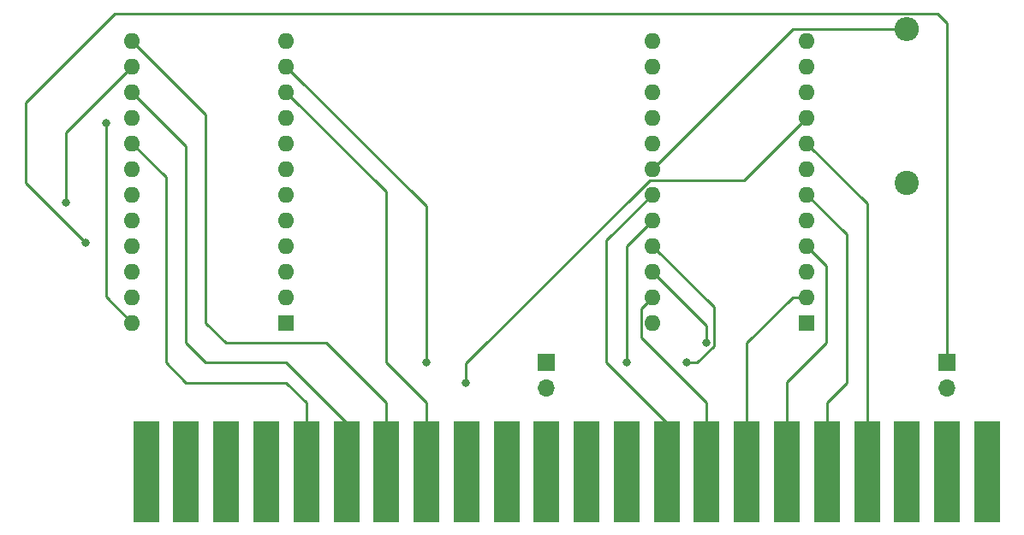
<source format=gbr>
%TF.GenerationSoftware,KiCad,Pcbnew,(5.1.12)-1*%
%TF.CreationDate,2022-08-04T09:57:16+01:00*%
%TF.ProjectId,Apple-1 ROM_RAM,4170706c-652d-4312-9052-4f4d5f52414d,rev?*%
%TF.SameCoordinates,Original*%
%TF.FileFunction,Copper,L2,Bot*%
%TF.FilePolarity,Positive*%
%FSLAX46Y46*%
G04 Gerber Fmt 4.6, Leading zero omitted, Abs format (unit mm)*
G04 Created by KiCad (PCBNEW (5.1.12)-1) date 2022-08-04 09:57:16*
%MOMM*%
%LPD*%
G01*
G04 APERTURE LIST*
%TA.AperFunction,ComponentPad*%
%ADD10R,1.600000X1.600000*%
%TD*%
%TA.AperFunction,ComponentPad*%
%ADD11O,1.600000X1.600000*%
%TD*%
%TA.AperFunction,ComponentPad*%
%ADD12R,1.700000X1.700000*%
%TD*%
%TA.AperFunction,ComponentPad*%
%ADD13O,1.700000X1.700000*%
%TD*%
%TA.AperFunction,ComponentPad*%
%ADD14C,2.400000*%
%TD*%
%TA.AperFunction,ComponentPad*%
%ADD15O,2.400000X2.400000*%
%TD*%
%TA.AperFunction,ConnectorPad*%
%ADD16R,2.540000X10.000000*%
%TD*%
%TA.AperFunction,ViaPad*%
%ADD17C,0.800000*%
%TD*%
%TA.AperFunction,Conductor*%
%ADD18C,0.250000*%
%TD*%
G04 APERTURE END LIST*
D10*
%TO.P,U1,1*%
%TO.N,Net-(J1-Pad16)*%
X194866200Y-128807460D03*
D11*
%TO.P,U1,13*%
%TO.N,Net-(J1-PadH)*%
X179626200Y-100867460D03*
%TO.P,U1,2*%
%TO.N,Net-(J1-PadT)*%
X194866200Y-126267460D03*
%TO.P,U1,14*%
%TO.N,Net-(J1-Pad7)*%
X179626200Y-103407460D03*
%TO.P,U1,3*%
%TO.N,Net-(J1-Pad17)*%
X194866200Y-123727460D03*
%TO.P,U1,15*%
%TO.N,Net-(J1-PadF)*%
X179626200Y-105947460D03*
%TO.P,U1,4*%
%TO.N,Net-(J1-PadU)*%
X194866200Y-121187460D03*
%TO.P,U1,16*%
%TO.N,Net-(J1-Pad6)*%
X179626200Y-108487460D03*
%TO.P,U1,5*%
%TO.N,Net-(J1-Pad18)*%
X194866200Y-118647460D03*
%TO.P,U1,17*%
%TO.N,Net-(J1-PadE)*%
X179626200Y-111027460D03*
%TO.P,U1,6*%
%TO.N,Net-(J1-PadV)*%
X194866200Y-116107460D03*
%TO.P,U1,18*%
%TO.N,Net-(R1-Pad2)*%
X179626200Y-113567460D03*
%TO.P,U1,7*%
%TO.N,Net-(J1-Pad19)*%
X194866200Y-113567460D03*
%TO.P,U1,19*%
%TO.N,Net-(J1-PadR)*%
X179626200Y-116107460D03*
%TO.P,U1,8*%
%TO.N,Net-(J1-PadW)*%
X194866200Y-111027460D03*
%TO.P,U1,20*%
%TO.N,Net-(S1-Pad1)*%
X179626200Y-118647460D03*
%TO.P,U1,9*%
%TO.N,Net-(J1-Pad9)*%
X194866200Y-108487460D03*
%TO.P,U1,21*%
%TO.N,Net-(J1-Pad14)*%
X179626200Y-121187460D03*
%TO.P,U1,10*%
%TO.N,Net-(J1-PadJ)*%
X194866200Y-105947460D03*
%TO.P,U1,22*%
%TO.N,Net-(J1-Pad15)*%
X179626200Y-123727460D03*
%TO.P,U1,11*%
%TO.N,Net-(J1-Pad8)*%
X194866200Y-103407460D03*
%TO.P,U1,23*%
%TO.N,Net-(J1-PadS)*%
X179626200Y-126267460D03*
%TO.P,U1,12*%
%TO.N,Net-(J1-Pad20)*%
X194866200Y-100867460D03*
%TO.P,U1,24*%
%TO.N,Net-(J1-Pad22)*%
X179626200Y-128807460D03*
%TD*%
D12*
%TO.P,T1,1*%
%TO.N,Net-(T1-Pad1)*%
X208726200Y-132767460D03*
D13*
%TO.P,T1,2*%
%TO.N,/T*%
X208726200Y-135307460D03*
%TD*%
D12*
%TO.P,S1,1*%
%TO.N,Net-(S1-Pad1)*%
X169126200Y-132767460D03*
D13*
%TO.P,S1,2*%
%TO.N,/S*%
X169126200Y-135307460D03*
%TD*%
D14*
%TO.P,R1,1*%
%TO.N,Net-(J1-Pad20)*%
X204766200Y-114947460D03*
D15*
%TO.P,R1,2*%
%TO.N,Net-(R1-Pad2)*%
X204766200Y-99707460D03*
%TD*%
D10*
%TO.P,U2,1*%
%TO.N,Net-(J1-Pad16)*%
X143386200Y-128807460D03*
D11*
%TO.P,U2,13*%
%TO.N,Net-(J1-PadH)*%
X128146200Y-100867460D03*
%TO.P,U2,2*%
%TO.N,Net-(J1-PadT)*%
X143386200Y-126267460D03*
%TO.P,U2,14*%
%TO.N,Net-(J1-Pad7)*%
X128146200Y-103407460D03*
%TO.P,U2,3*%
%TO.N,Net-(J1-Pad17)*%
X143386200Y-123727460D03*
%TO.P,U2,15*%
%TO.N,Net-(J1-PadF)*%
X128146200Y-105947460D03*
%TO.P,U2,4*%
%TO.N,Net-(J1-PadU)*%
X143386200Y-121187460D03*
%TO.P,U2,16*%
%TO.N,Net-(J1-Pad6)*%
X128146200Y-108487460D03*
%TO.P,U2,5*%
%TO.N,Net-(J1-Pad18)*%
X143386200Y-118647460D03*
%TO.P,U2,17*%
%TO.N,Net-(J1-PadE)*%
X128146200Y-111027460D03*
%TO.P,U2,6*%
%TO.N,Net-(J1-PadV)*%
X143386200Y-116107460D03*
%TO.P,U2,18*%
%TO.N,Net-(R1-Pad2)*%
X128146200Y-113567460D03*
%TO.P,U2,7*%
%TO.N,Net-(J1-Pad19)*%
X143386200Y-113567460D03*
%TO.P,U2,19*%
%TO.N,Net-(J1-PadR)*%
X128146200Y-116107460D03*
%TO.P,U2,8*%
%TO.N,Net-(J1-PadW)*%
X143386200Y-111027460D03*
%TO.P,U2,20*%
%TO.N,Net-(T1-Pad1)*%
X128146200Y-118647460D03*
%TO.P,U2,9*%
%TO.N,Net-(J1-Pad9)*%
X143386200Y-108487460D03*
%TO.P,U2,21*%
%TO.N,Net-(J1-Pad14)*%
X128146200Y-121187460D03*
%TO.P,U2,10*%
%TO.N,Net-(J1-PadJ)*%
X143386200Y-105947460D03*
%TO.P,U2,22*%
%TO.N,Net-(J1-Pad15)*%
X128146200Y-123727460D03*
%TO.P,U2,11*%
%TO.N,Net-(J1-Pad8)*%
X143386200Y-103407460D03*
%TO.P,U2,23*%
%TO.N,Net-(J1-PadS)*%
X128146200Y-126267460D03*
%TO.P,U2,12*%
%TO.N,Net-(J1-Pad20)*%
X143386200Y-100867460D03*
%TO.P,U2,24*%
%TO.N,Net-(J1-Pad22)*%
X128146200Y-128807460D03*
%TD*%
D16*
%TO.P,J1,Z*%
%TO.N,Net-(J1-PadZ)*%
X212720000Y-143580000D03*
%TO.P,J1,Y*%
%TO.N,Net-(J1-PadY)*%
X208760000Y-143580000D03*
%TO.P,J1,X*%
%TO.N,Net-(J1-PadX)*%
X204800000Y-143580000D03*
%TO.P,J1,W*%
%TO.N,Net-(J1-PadW)*%
X200840000Y-143580000D03*
%TO.P,J1,V*%
%TO.N,Net-(J1-PadV)*%
X196880000Y-143580000D03*
%TO.P,J1,U*%
%TO.N,Net-(J1-PadU)*%
X192920000Y-143580000D03*
%TO.P,J1,T*%
%TO.N,Net-(J1-PadT)*%
X188960000Y-143580000D03*
%TO.P,J1,S*%
%TO.N,Net-(J1-PadS)*%
X185000000Y-143580000D03*
%TO.P,J1,R*%
%TO.N,Net-(J1-PadR)*%
X181040000Y-143580000D03*
%TO.P,J1,P*%
%TO.N,Net-(J1-PadP)*%
X177080000Y-143580000D03*
%TO.P,J1,N*%
%TO.N,Net-(J1-PadN)*%
X173120000Y-143580000D03*
%TO.P,J1,M*%
%TO.N,Net-(J1-PadM)*%
X169160000Y-143580000D03*
%TO.P,J1,L*%
%TO.N,Net-(J1-PadL)*%
X165200000Y-143580000D03*
%TO.P,J1,K*%
%TO.N,Net-(J1-PadK)*%
X161240000Y-143580000D03*
%TO.P,J1,J*%
%TO.N,Net-(J1-PadJ)*%
X157280000Y-143580000D03*
%TO.P,J1,H*%
%TO.N,Net-(J1-PadH)*%
X153320000Y-143580000D03*
%TO.P,J1,F*%
%TO.N,Net-(J1-PadF)*%
X149360000Y-143580000D03*
%TO.P,J1,E*%
%TO.N,Net-(J1-PadE)*%
X145400000Y-143580000D03*
%TO.P,J1,D*%
%TO.N,Net-(J1-PadD)*%
X141440000Y-143580000D03*
%TO.P,J1,C*%
%TO.N,Net-(J1-PadC)*%
X137480000Y-143580000D03*
%TO.P,J1,B*%
%TO.N,Net-(J1-PadB)*%
X133520000Y-143580000D03*
%TO.P,J1,A*%
%TO.N,Net-(J1-PadA)*%
X129560000Y-143580000D03*
%TD*%
D17*
%TO.N,Net-(J1-Pad22)*%
X125566200Y-109007460D03*
%TO.N,Net-(J1-Pad15)*%
X184966200Y-130787460D03*
%TO.N,Net-(J1-Pad14)*%
X182986200Y-132767460D03*
%TO.N,Net-(J1-Pad9)*%
X161206200Y-134747460D03*
%TO.N,Net-(J1-Pad8)*%
X157246200Y-132767460D03*
%TO.N,Net-(J1-Pad7)*%
X121606200Y-116927460D03*
%TO.N,Net-(S1-Pad1)*%
X177046200Y-132767460D03*
%TO.N,Net-(T1-Pad1)*%
X123586200Y-120887460D03*
%TD*%
D18*
%TO.N,Net-(J1-Pad22)*%
X125566200Y-126227460D02*
X128146200Y-128807460D01*
X125566200Y-109007460D02*
X125566200Y-126227460D01*
%TO.N,Net-(J1-Pad15)*%
X184966200Y-129067460D02*
X179626200Y-123727460D01*
X184966200Y-130787460D02*
X184966200Y-129067460D01*
%TO.N,Net-(J1-Pad14)*%
X185691201Y-127252461D02*
X179626200Y-121187460D01*
X184059202Y-132767460D02*
X185691201Y-131135461D01*
X185691201Y-131135461D02*
X185691201Y-127252461D01*
X182986200Y-132767460D02*
X184059202Y-132767460D01*
%TO.N,Net-(J1-Pad9)*%
X188661199Y-114692461D02*
X194866200Y-108487460D01*
X179376197Y-114692461D02*
X188661199Y-114692461D01*
X161206200Y-132862458D02*
X179376197Y-114692461D01*
X161206200Y-134747460D02*
X161206200Y-132862458D01*
%TO.N,Net-(J1-Pad8)*%
X157246200Y-117267460D02*
X143386200Y-103407460D01*
X157246200Y-132767460D02*
X157246200Y-117267460D01*
%TO.N,Net-(J1-Pad7)*%
X121606200Y-109947460D02*
X128146200Y-103407460D01*
X121606200Y-116927460D02*
X121606200Y-109947460D01*
%TO.N,Net-(J1-PadW)*%
X200840000Y-117001260D02*
X194866200Y-111027460D01*
X200840000Y-141040000D02*
X200840000Y-117001260D01*
%TO.N,Net-(J1-PadV)*%
X196880000Y-141040000D02*
X196880000Y-136761260D01*
X196880000Y-136761260D02*
X198826200Y-134815060D01*
X198826200Y-120067460D02*
X194866200Y-116107460D01*
X198826200Y-134815060D02*
X198826200Y-120067460D01*
%TO.N,Net-(J1-PadU)*%
X192920000Y-141040000D02*
X192920000Y-134713660D01*
X192920000Y-134713660D02*
X196846200Y-130787460D01*
X196846200Y-123167460D02*
X194866200Y-121187460D01*
X196846200Y-130787460D02*
X196846200Y-123167460D01*
%TO.N,Net-(J1-PadT)*%
X188960000Y-141040000D02*
X188960000Y-130821260D01*
X193513800Y-126267460D02*
X194866200Y-126267460D01*
X188960000Y-130821260D02*
X193513800Y-126267460D01*
%TO.N,Net-(J1-PadS)*%
X185000000Y-141040000D02*
X185000000Y-136761260D01*
X178501199Y-127392461D02*
X179626200Y-126267460D01*
X178501199Y-130262459D02*
X178501199Y-127392461D01*
X185000000Y-136761260D02*
X178501199Y-130262459D01*
%TO.N,Net-(J1-PadR)*%
X175066200Y-120667460D02*
X179626200Y-116107460D01*
X175066200Y-132767460D02*
X175066200Y-120667460D01*
X181040000Y-138741260D02*
X175066200Y-132767460D01*
X181040000Y-141040000D02*
X181040000Y-138741260D01*
%TO.N,Net-(J1-PadJ)*%
X157280000Y-141040000D02*
X157280000Y-136761260D01*
X157280000Y-136761260D02*
X153286200Y-132767460D01*
X153286200Y-115847460D02*
X143386200Y-105947460D01*
X153286200Y-132767460D02*
X153286200Y-115847460D01*
%TO.N,Net-(J1-PadH)*%
X135466200Y-128807460D02*
X135466200Y-108187460D01*
X137446200Y-130787460D02*
X135466200Y-128807460D01*
X147346200Y-130787460D02*
X137446200Y-130787460D01*
X153320000Y-136761260D02*
X147346200Y-130787460D01*
X135466200Y-108187460D02*
X128146200Y-100867460D01*
X153320000Y-141040000D02*
X153320000Y-136761260D01*
%TO.N,Net-(J1-PadF)*%
X149360000Y-141040000D02*
X149360000Y-138741260D01*
X149360000Y-138741260D02*
X143386200Y-132767460D01*
X143386200Y-132767460D02*
X135466200Y-132767460D01*
X135466200Y-132767460D02*
X133486200Y-130787460D01*
X133486200Y-111287460D02*
X128146200Y-105947460D01*
X133486200Y-130787460D02*
X133486200Y-111287460D01*
%TO.N,Net-(J1-PadE)*%
X131506200Y-114387460D02*
X128146200Y-111027460D01*
X131506200Y-132767460D02*
X131506200Y-114387460D01*
X133486200Y-134747460D02*
X131506200Y-132767460D01*
X143386200Y-134747460D02*
X133486200Y-134747460D01*
X145400000Y-136761260D02*
X143386200Y-134747460D01*
X145400000Y-141040000D02*
X145400000Y-136761260D01*
%TO.N,Net-(R1-Pad2)*%
X193486200Y-99707460D02*
X179626200Y-113567460D01*
X204766200Y-99707460D02*
X193486200Y-99707460D01*
%TO.N,Net-(S1-Pad1)*%
X179626200Y-118647460D02*
X177046200Y-121227460D01*
X177046200Y-124847460D02*
X177046200Y-132767460D01*
X177046200Y-121227460D02*
X177046200Y-124847460D01*
%TO.N,Net-(T1-Pad1)*%
X208726200Y-132767460D02*
X208726200Y-99107460D01*
X207801199Y-98182459D02*
X126491201Y-98182459D01*
X208726200Y-99107460D02*
X207801199Y-98182459D01*
X126491201Y-98182459D02*
X117646200Y-107027460D01*
X117646200Y-107027460D02*
X117646200Y-114947460D01*
X117646200Y-114947460D02*
X123586200Y-120887460D01*
%TD*%
M02*

</source>
